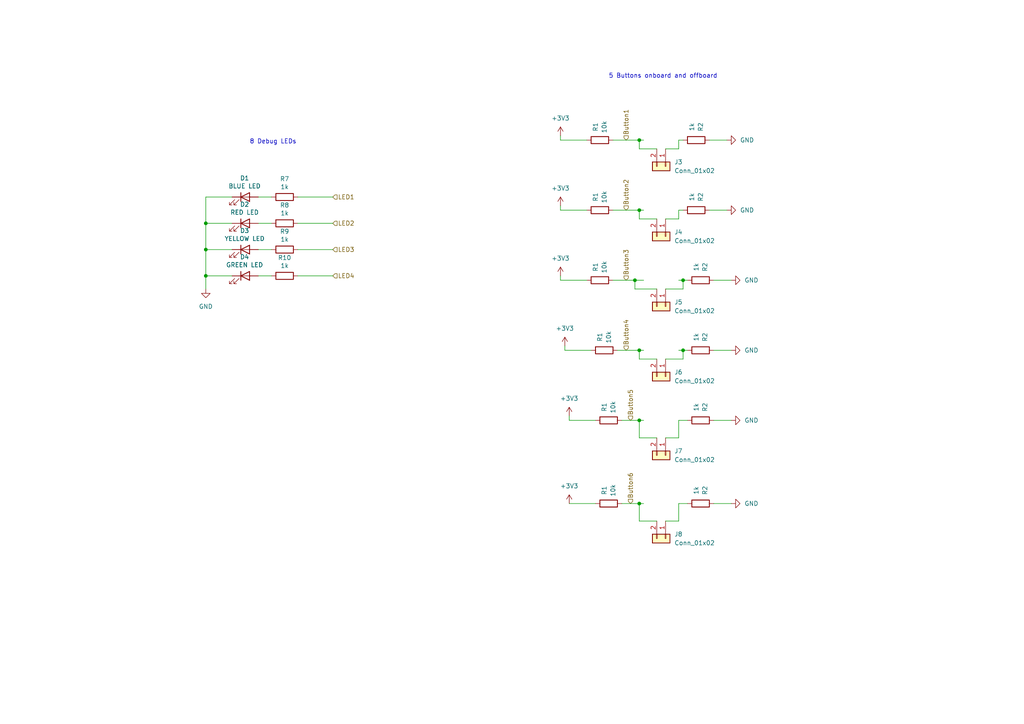
<source format=kicad_sch>
(kicad_sch (version 20250114) (generator "eeschema") (generator_version "9.0")
  (paper "A4")
  (lib_symbols
    (symbol "Connector_Generic:Conn_01x02" (pin_names (offset 1.016) (hide yes))
      (property "Reference" "J" (at 0 2.54 0))
      (property "Value" "Conn_01x02" (at 0 -5.08 0))
      (symbol "Conn_01x02_1_1"
        (rectangle (start -1.27 1.27) (end 1.27 -3.81) (stroke (width 0.254)) (fill (type background)))
        (rectangle (start -1.27 0.127) (end 0 -0.127) (stroke (width 0.1524)))
        (rectangle (start -1.27 -2.413) (end 0 -2.667) (stroke (width 0.1524)))
        (pin passive line (at -5.08 0 0) (length 3.81) (name "Pin_1") (number "1"))
        (pin passive line (at -5.08 -2.54 0) (length 3.81) (name "Pin_2") (number "2"))
      )
    )
    (symbol "LED_1" (pin_numbers (hide yes)) (pin_names (offset 1.016) (hide yes))
      (property "Reference" "D" (at 0 2.54 0))
      (property "Value" "LED_1" (at 0 -2.54 0))
      (symbol "LED_1_0_1"
        (polyline (pts (xy -3.048 -0.762) (xy -4.572 -2.286) (xy -3.81 -2.286) (xy -4.572 -2.286) (xy -4.572 -1.524)))
        (polyline (pts (xy -1.778 -0.762) (xy -3.302 -2.286) (xy -2.54 -2.286) (xy -3.302 -2.286) (xy -3.302 -1.524)))
        (polyline (pts (xy -1.27 0) (xy 1.27 0)))
        (polyline (pts (xy -1.27 -1.27) (xy -1.27 1.27)) (stroke (width 0.254)))
        (polyline (pts (xy 1.27 -1.27) (xy 1.27 1.27) (xy -1.27 0) (xy 1.27 -1.27)) (stroke (width 0.254)))
      )
      (symbol "LED_1_1_1"
        (pin passive line (at -3.81 0 0) (length 2.54) (name "K") (number "1"))
        (pin passive line (at 3.81 0 180) (length 2.54) (name "A") (number "2"))
      )
    )
    (symbol "LED_2" (pin_numbers (hide yes)) (pin_names (offset 1.016) (hide yes))
      (property "Reference" "D" (at 0 2.54 0))
      (property "Value" "LED_2" (at 0 -2.54 0))
      (symbol "LED_2_0_1"
        (polyline (pts (xy -3.048 -0.762) (xy -4.572 -2.286) (xy -3.81 -2.286) (xy -4.572 -2.286) (xy -4.572 -1.524)))
        (polyline (pts (xy -1.778 -0.762) (xy -3.302 -2.286) (xy -2.54 -2.286) (xy -3.302 -2.286) (xy -3.302 -1.524)))
        (polyline (pts (xy -1.27 0) (xy 1.27 0)))
        (polyline (pts (xy -1.27 -1.27) (xy -1.27 1.27)) (stroke (width 0.254)))
        (polyline (pts (xy 1.27 -1.27) (xy 1.27 1.27) (xy -1.27 0) (xy 1.27 -1.27)) (stroke (width 0.254)))
      )
      (symbol "LED_2_1_1"
        (pin passive line (at -3.81 0 0) (length 2.54) (name "K") (number "1"))
        (pin passive line (at 3.81 0 180) (length 2.54) (name "A") (number "2"))
      )
    )
    (symbol "LED_3" (pin_numbers (hide yes)) (pin_names (offset 1.016) (hide yes))
      (property "Reference" "D" (at 0 2.54 0))
      (property "Value" "LED_3" (at 0 -2.54 0))
      (symbol "LED_3_0_1"
        (polyline (pts (xy -3.048 -0.762) (xy -4.572 -2.286) (xy -3.81 -2.286) (xy -4.572 -2.286) (xy -4.572 -1.524)))
        (polyline (pts (xy -1.778 -0.762) (xy -3.302 -2.286) (xy -2.54 -2.286) (xy -3.302 -2.286) (xy -3.302 -1.524)))
        (polyline (pts (xy -1.27 0) (xy 1.27 0)))
        (polyline (pts (xy -1.27 -1.27) (xy -1.27 1.27)) (stroke (width 0.254)))
        (polyline (pts (xy 1.27 -1.27) (xy 1.27 1.27) (xy -1.27 0) (xy 1.27 -1.27)) (stroke (width 0.254)))
      )
      (symbol "LED_3_1_1"
        (pin passive line (at -3.81 0 0) (length 2.54) (name "K") (number "1"))
        (pin passive line (at 3.81 0 180) (length 2.54) (name "A") (number "2"))
      )
    )
    (symbol "device:LED" (pin_numbers (hide yes)) (pin_names (offset 1.016) (hide yes))
      (property "Reference" "D" (at 0 2.54 0))
      (property "Value" "LED" (at 0 -2.54 0))
      (symbol "LED_0_1"
        (polyline (pts (xy -3.048 -0.762) (xy -4.572 -2.286) (xy -3.81 -2.286) (xy -4.572 -2.286) (xy -4.572 -1.524)))
        (polyline (pts (xy -1.778 -0.762) (xy -3.302 -2.286) (xy -2.54 -2.286) (xy -3.302 -2.286) (xy -3.302 -1.524)))
        (polyline (pts (xy -1.27 0) (xy 1.27 0)))
        (polyline (pts (xy -1.27 -1.27) (xy -1.27 1.27)) (stroke (width 0.254)))
        (polyline (pts (xy 1.27 -1.27) (xy 1.27 1.27) (xy -1.27 0) (xy 1.27 -1.27)) (stroke (width 0.254)))
      )
      (symbol "LED_1_1"
        (pin passive line (at -3.81 0 0) (length 2.54) (name "K") (number "1"))
        (pin passive line (at 3.81 0 180) (length 2.54) (name "A") (number "2"))
      )
    )
    (symbol "device:R" (pin_numbers (hide yes)) (pin_names (offset 0))
      (property "Reference" "R" (at 2.032 0 90))
      (property "Value" "R" (at 0 0 90))
      (symbol "R_0_1"
        (rectangle (start -1.016 -2.54) (end 1.016 2.54) (stroke (width 0.254)))
      )
      (symbol "R_1_1"
        (pin passive line (at 0 3.81 270) (length 1.27) (name "~") (number "1"))
        (pin passive line (at 0 -3.81 90) (length 1.27) (name "~") (number "2"))
      )
    )
    (symbol "power:+3V3" (power) (pin_names (offset 0))
      (property "Value" "+3V3" (at 0 3.556 0))
      (symbol "+3V3_0_1"
        (polyline (pts (xy -0.762 1.27) (xy 0 2.54)))
        (polyline (pts (xy 0 2.54) (xy 0.762 1.27)))
        (polyline (pts (xy 0 0) (xy 0 2.54)))
      )
      (symbol "+3V3_1_1"
        (pin power_in line (at 0 0 90) (length 0) (hide yes) (name "+3V3") (number "1"))
      )
    )
    (symbol "power:GND" (power) (pin_names (offset 0))
      (property "Value" "GND" (at 0 -3.81 0))
      (symbol "GND_0_1"
        (polyline (pts (xy 0 0) (xy 0 -1.27) (xy 1.27 -1.27) (xy 0 -2.54) (xy -1.27 -1.27) (xy 0 -1.27)))
      )
      (symbol "GND_1_1"
        (pin power_in line (at 0 0 270) (length 0) (hide yes) (name "GND") (number "1"))
      )
    )
  )
  (text "8 Debug LEDs" (at 72.39 41.91 0) (effects (font (size 1.27 1.27)) (justify left bottom)))
  (text "5 Buttons onboard and offboard" (at 176.53 22.86 0) (effects (font (size 1.27 1.27)) (justify left bottom)))
  (junction (at 59.69 80.01))
  (junction (at 198.12 81.28))
  (junction (at 185.42 60.96))
  (junction (at 185.42 101.6))
  (junction (at 185.42 121.92))
  (junction (at 185.42 146.05))
  (junction (at 59.69 64.77))
  (junction (at 59.69 72.39))
  (junction (at 184.15 81.28))
  (junction (at 185.42 40.64))
  (junction (at 198.12 101.6))
  (wire (pts (xy 196.85 101.6) (xy 198.12 101.6)))
  (wire (pts (xy 198.12 104.14) (xy 198.12 101.6)))
  (wire (pts (xy 162.56 60.96) (xy 162.56 59.69)))
  (wire (pts (xy 193.04 83.82) (xy 198.12 83.82)))
  (wire (pts (xy 185.42 104.14) (xy 185.42 101.6)))
  (wire (pts (xy 198.12 83.82) (xy 198.12 81.28)))
  (wire (pts (xy 74.93 80.01) (xy 78.74 80.01)))
  (wire (pts (xy 67.31 64.77) (xy 59.69 64.77)))
  (wire (pts (xy 205.74 60.96) (xy 210.82 60.96)))
  (wire (pts (xy 196.85 40.64) (xy 198.12 40.64)))
  (wire (pts (xy 177.8 81.28) (xy 184.15 81.28)))
  (wire (pts (xy 180.34 121.92) (xy 185.42 121.92)))
  (wire (pts (xy 86.36 57.15) (xy 96.52 57.15)))
  (wire (pts (xy 177.8 60.96) (xy 185.42 60.96)))
  (wire (pts (xy 193.04 104.14) (xy 198.12 104.14)))
  (wire (pts (xy 190.5 104.14) (xy 185.42 104.14)))
  (wire (pts (xy 196.85 127) (xy 196.85 121.92)))
  (wire (pts (xy 179.07 101.6) (xy 185.42 101.6)))
  (wire (pts (xy 196.85 60.96) (xy 198.12 60.96)))
  (wire (pts (xy 185.42 43.18) (xy 190.5 43.18)))
  (wire (pts (xy 193.04 63.5) (xy 196.85 63.5)))
  (wire (pts (xy 190.5 127) (xy 185.42 127)))
  (wire (pts (xy 180.34 146.05) (xy 185.42 146.05)))
  (wire (pts (xy 165.1 146.05) (xy 172.72 146.05)))
  (wire (pts (xy 59.69 80.01) (xy 59.69 83.82)))
  (wire (pts (xy 185.42 60.96) (xy 185.42 63.5)))
  (wire (pts (xy 163.83 101.6) (xy 171.45 101.6)))
  (wire (pts (xy 184.15 83.82) (xy 190.5 83.82)))
  (wire (pts (xy 184.15 81.28) (xy 186.69 81.28)))
  (wire (pts (xy 163.83 101.6) (xy 163.83 100.33)))
  (wire (pts (xy 196.85 43.18) (xy 196.85 40.64)))
  (wire (pts (xy 74.93 72.39) (xy 78.74 72.39)))
  (wire (pts (xy 185.42 40.64) (xy 186.69 40.64)))
  (wire (pts (xy 67.31 57.15) (xy 59.69 57.15)))
  (wire (pts (xy 59.69 72.39) (xy 59.69 80.01)))
  (wire (pts (xy 165.1 121.92) (xy 172.72 121.92)))
  (wire (pts (xy 198.12 101.6) (xy 199.39 101.6)))
  (wire (pts (xy 59.69 64.77) (xy 59.69 72.39)))
  (wire (pts (xy 67.31 80.01) (xy 59.69 80.01)))
  (wire (pts (xy 162.56 81.28) (xy 170.18 81.28)))
  (wire (pts (xy 198.12 81.28) (xy 199.39 81.28)))
  (wire (pts (xy 184.15 81.28) (xy 184.15 83.82)))
  (wire (pts (xy 177.8 40.64) (xy 185.42 40.64)))
  (wire (pts (xy 59.69 57.15) (xy 59.69 64.77)))
  (wire (pts (xy 196.85 151.13) (xy 196.85 146.05)))
  (wire (pts (xy 67.31 72.39) (xy 59.69 72.39)))
  (wire (pts (xy 193.04 43.18) (xy 196.85 43.18)))
  (wire (pts (xy 193.04 151.13) (xy 196.85 151.13)))
  (wire (pts (xy 193.04 127) (xy 196.85 127)))
  (wire (pts (xy 190.5 151.13) (xy 185.42 151.13)))
  (wire (pts (xy 74.93 64.77) (xy 78.74 64.77)))
  (wire (pts (xy 185.42 60.96) (xy 186.69 60.96)))
  (wire (pts (xy 185.42 146.05) (xy 186.69 146.05)))
  (wire (pts (xy 185.42 101.6) (xy 186.69 101.6)))
  (wire (pts (xy 86.36 64.77) (xy 96.52 64.77)))
  (wire (pts (xy 207.01 121.92) (xy 212.09 121.92)))
  (wire (pts (xy 196.85 81.28) (xy 198.12 81.28)))
  (wire (pts (xy 86.36 80.01) (xy 96.52 80.01)))
  (wire (pts (xy 207.01 101.6) (xy 212.09 101.6)))
  (wire (pts (xy 185.42 151.13) (xy 185.42 146.05)))
  (wire (pts (xy 162.56 40.64) (xy 162.56 39.37)))
  (wire (pts (xy 207.01 146.05) (xy 212.09 146.05)))
  (wire (pts (xy 205.74 40.64) (xy 210.82 40.64)))
  (wire (pts (xy 207.01 81.28) (xy 212.09 81.28)))
  (wire (pts (xy 185.42 121.92) (xy 186.69 121.92)))
  (wire (pts (xy 162.56 40.64) (xy 170.18 40.64)))
  (wire (pts (xy 196.85 146.05) (xy 199.39 146.05)))
  (wire (pts (xy 185.42 63.5) (xy 190.5 63.5)))
  (wire (pts (xy 185.42 40.64) (xy 185.42 43.18)))
  (wire (pts (xy 162.56 81.28) (xy 162.56 80.01)))
  (wire (pts (xy 165.1 121.92) (xy 165.1 120.65)))
  (wire (pts (xy 196.85 63.5) (xy 196.85 60.96)))
  (wire (pts (xy 74.93 57.15) (xy 78.74 57.15)))
  (wire (pts (xy 185.42 127) (xy 185.42 121.92)))
  (wire (pts (xy 86.36 72.39) (xy 96.52 72.39)))
  (wire (pts (xy 196.85 121.92) (xy 199.39 121.92)))
  (wire (pts (xy 162.56 60.96) (xy 170.18 60.96)))
  (hierarchical_label "Button1" (shape input) (at 181.61 40.64 90))
  (hierarchical_label "LED1" (shape input) (at 96.52 57.15 0))
  (hierarchical_label "Button2" (shape input) (at 181.61 60.96 90))
  (hierarchical_label "LED3" (shape input) (at 96.52 72.39 0))
  (hierarchical_label "LED2" (shape input) (at 96.52 64.77 0))
  (hierarchical_label "Button5" (shape input) (at 182.88 121.92 90))
  (hierarchical_label "Button4" (shape input) (at 181.61 101.6 90))
  (hierarchical_label "LED4" (shape input) (at 96.52 80.01 0))
  (hierarchical_label "Button3" (shape input) (at 181.61 81.28 90))
  (hierarchical_label "Button6" (shape input) (at 182.88 146.05 90))
  (symbol (lib_name "LED_3") (lib_id "device:LED") (at 71.12 57.15 0) (unit 1)
    (property "Reference" "D1" (at 70.9422 51.6636 0))
    (property "Value" "BLUE LED" (at 70.9422 53.975 0))
    (property "Footprint" "LED_SMD:LED_0603_1608Metric_Pad1.05x0.95mm_HandSolder" (effects (hide yes)))
    (property "MPN" "LED BLUE CLEAR 0603 SMD" (effects (hide yes)))
  )
  (symbol (lib_id "device:R") (at 203.2 101.6 270) (unit 1)
    (property "Reference" "R26" (at 204.47 97.79 0))
    (property "Value" "1k" (at 201.93 97.79 0))
    (property "Footprint" "Resistor_SMD:R_0603_1608Metric_Pad0.98x0.95mm_HandSolder" (effects (hide yes)))
    (property "Note" "0.1W 5% 0603  " (effects (hide yes)))
    (property "MPN" "RES SMD 1K OHM 5% 1/10W 0603" (effects (hide yes)))
    (instances (project "CANalyzer_v4.0" (path "" (reference "R2") (unit 1))) (project "WaterBlasterV2" (path "" (reference "R26") (unit 1))))
  )
  (symbol (lib_id "device:R") (at 203.2 146.05 270) (unit 1)
    (property "Reference" "R15" (at 204.47 142.24 0))
    (property "Value" "1k" (at 201.93 142.24 0))
    (property "Footprint" "Resistor_SMD:R_0603_1608Metric_Pad0.98x0.95mm_HandSolder" (effects (hide yes)))
    (property "Note" "0.1W 5% 0603  " (effects (hide yes)))
    (property "MPN" "RES SMD 1K OHM 5% 1/10W 0603" (effects (hide yes)))
    (instances (project "CANalyzer_v4.0" (path "" (reference "R2") (unit 1))) (project "WaterBlasterV2" (path "" (reference "R15") (unit 1))))
  )
  (symbol (lib_id "power:+3V3") (at 162.56 80.01 0) (unit 1)
    (property "Reference" "#PWR029" (effects (hide yes)))
    (property "Value" "+3V3" (at 162.56 74.93 0))
    (instances (project "CANalyzer_v4.0" (path "" (reference "#PWR03") (unit 1))) (project "WaterBlasterV2" (path "" (reference "#PWR029") (unit 1))))
  )
  (symbol (lib_id "device:R") (at 82.55 57.15 270) (unit 1)
    (property "Reference" "R10" (at 82.55 51.8922 90))
    (property "Value" "1k" (at 82.55 54.2036 90))
    (property "Footprint" "Resistor_SMD:R_0603_1608Metric_Pad0.98x0.95mm_HandSolder" (effects (hide yes)))
    (property "MPN" "RES SMD 1K OHM 5% 1/10W 0603" (effects (hide yes)))
    (instances (project "CANalyzer_v4.0" (path "" (reference "R7") (unit 1))) (project "WaterBlasterV2" (path "" (reference "R10") (unit 1))))
  )
  (symbol (lib_id "power:GND") (at 59.69 83.82 0) (unit 1)
    (property "Reference" "#PWR026" (effects (hide yes)))
    (property "Value" "GND" (at 59.69 88.9 0))
    (instances (project "CANalyzer_v4.0" (path "" (reference "#PWR017") (unit 1))) (project "WaterBlasterV2" (path "" (reference "#PWR026") (unit 1))))
  )
  (symbol (lib_id "device:R") (at 201.93 40.64 270) (unit 1)
    (property "Reference" "R23" (at 203.2 36.83 0))
    (property "Value" "1k" (at 200.66 36.83 0))
    (property "Footprint" "Resistor_SMD:R_0603_1608Metric_Pad0.98x0.95mm_HandSolder" (effects (hide yes)))
    (property "Note" "0.1W 5% 0603  " (effects (hide yes)))
    (property "MPN" "RES SMD 1K OHM 5% 1/10W 0603" (effects (hide yes)))
    (instances (project "CANalyzer_v4.0" (path "" (reference "R2") (unit 1))) (project "WaterBlasterV2" (path "" (reference "R23") (unit 1))))
  )
  (symbol (lib_id "device:LED") (at 71.12 72.39 0) (unit 1)
    (property "Reference" "D3" (at 70.9422 66.9036 0))
    (property "Value" "YELLOW LED" (at 70.9422 69.215 0))
    (property "Footprint" "LED_SMD:LED_0603_1608Metric_Pad1.05x0.95mm_HandSolder" (effects (hide yes)))
    (property "MPN" "LED YELLOW CLEAR 0603 SMD" (effects (hide yes)))
  )
  (symbol (lib_id "device:R") (at 176.53 121.92 270) (unit 1)
    (property "Reference" "R22" (at 175.26 118.11 0))
    (property "Value" "10k" (at 177.8 118.11 0))
    (property "Footprint" "Resistor_SMD:R_0603_1608Metric_Pad0.98x0.95mm_HandSolder" (effects (hide yes)))
    (property "Note" "0.1W 5% 0603  " (effects (hide yes)))
    (property "MPN" "RES SMD 10K OHM 5% 1/10W 0603" (effects (hide yes)))
    (instances (project "CANalyzer_v4.0" (path "" (reference "R1") (unit 1))) (project "WaterBlasterV2" (path "" (reference "R22") (unit 1))))
  )
  (symbol (lib_id "Connector_Generic:Conn_01x02") (at 193.04 156.21 270) (unit 1)
    (property "Reference" "J8" (at 195.58 154.94 90) (effects (justify left)))
    (property "Value" "Conn_01x02" (at 195.58 157.48 90) (effects (justify left)))
    (property "Footprint" "WaterBlaster:MOLEX_436500227" (effects (hide yes)))
  )
  (symbol (lib_id "device:R") (at 82.55 72.39 270) (unit 1)
    (property "Reference" "R12" (at 82.55 67.1322 90))
    (property "Value" "1k" (at 82.55 69.4436 90))
    (property "Footprint" "Resistor_SMD:R_0603_1608Metric_Pad0.98x0.95mm_HandSolder" (effects (hide yes)))
    (property "MPN" "RES SMD 1K OHM 5% 1/10W 0603" (effects (hide yes)))
    (instances (project "CANalyzer_v4.0" (path "" (reference "R9") (unit 1))) (project "WaterBlasterV2" (path "" (reference "R12") (unit 1))))
  )
  (symbol (lib_name "LED_1") (lib_id "device:LED") (at 71.12 80.01 0) (unit 1)
    (property "Reference" "D4" (at 70.9422 74.5236 0))
    (property "Value" "GREEN LED" (at 70.9422 76.835 0))
    (property "Footprint" "LED_SMD:LED_0603_1608Metric_Pad1.05x0.95mm_HandSolder" (effects (hide yes)))
    (property "MPN" "LED GREEN CLEAR 0603 SMD" (effects (hide yes)))
  )
  (symbol (lib_id "Connector_Generic:Conn_01x02") (at 193.04 132.08 270) (unit 1)
    (property "Reference" "J7" (at 195.58 130.81 90) (effects (justify left)))
    (property "Value" "Conn_01x02" (at 195.58 133.35 90) (effects (justify left)))
    (property "Footprint" "Connector_Molex:Molex_Micro-Fit_3.0_43650-0200_1x02_P3.00mm_Horizontal" (effects (hide yes)))
  )
  (symbol (lib_id "device:R") (at 203.2 121.92 270) (unit 1)
    (property "Reference" "R27" (at 204.47 118.11 0))
    (property "Value" "1k" (at 201.93 118.11 0))
    (property "Footprint" "Resistor_SMD:R_0603_1608Metric_Pad0.98x0.95mm_HandSolder" (effects (hide yes)))
    (property "Note" "0.1W 5% 0603  " (effects (hide yes)))
    (property "MPN" "RES SMD 1K OHM 5% 1/10W 0603" (effects (hide yes)))
    (instances (project "CANalyzer_v4.0" (path "" (reference "R2") (unit 1))) (project "WaterBlasterV2" (path "" (reference "R27") (unit 1))))
  )
  (symbol (lib_id "power:+3V3") (at 165.1 120.65 0) (unit 1)
    (property "Reference" "#PWR031" (effects (hide yes)))
    (property "Value" "+3V3" (at 165.1 115.57 0))
    (instances (project "CANalyzer_v4.0" (path "" (reference "#PWR03") (unit 1))) (project "WaterBlasterV2" (path "" (reference "#PWR031") (unit 1))))
  )
  (symbol (lib_id "power:GND") (at 212.09 146.05 90) (unit 1)
    (property "Reference" "#PWR037" (effects (hide yes)))
    (property "Value" "GND" (at 215.9 146.05 90) (effects (justify right)))
  )
  (symbol (lib_id "power:+3V3") (at 163.83 100.33 0) (unit 1)
    (property "Reference" "#PWR030" (effects (hide yes)))
    (property "Value" "+3V3" (at 163.83 95.25 0))
    (instances (project "CANalyzer_v4.0" (path "" (reference "#PWR03") (unit 1))) (project "WaterBlasterV2" (path "" (reference "#PWR030") (unit 1))))
  )
  (symbol (lib_id "device:R") (at 173.99 60.96 270) (unit 1)
    (property "Reference" "R19" (at 172.72 57.15 0))
    (property "Value" "10k" (at 175.26 57.15 0))
    (property "Footprint" "Resistor_SMD:R_0603_1608Metric_Pad0.98x0.95mm_HandSolder" (effects (hide yes)))
    (property "Note" "0.1W 5% 0603  " (effects (hide yes)))
    (property "MPN" "RES SMD 10K OHM 5% 1/10W 0603" (effects (hide yes)))
    (instances (project "CANalyzer_v4.0" (path "" (reference "R1") (unit 1))) (project "WaterBlasterV2" (path "" (reference "R19") (unit 1))))
  )
  (symbol (lib_name "LED_2") (lib_id "device:LED") (at 71.12 64.77 0) (unit 1)
    (property "Reference" "D2" (at 70.9422 59.2836 0))
    (property "Value" "RED LED" (at 70.9422 61.595 0))
    (property "Footprint" "LED_SMD:LED_0603_1608Metric_Pad1.05x0.95mm_HandSolder" (effects (hide yes)))
    (property "MPN" "LED RED CLEAR 0603 SMD" (effects (hide yes)))
  )
  (symbol (lib_id "Connector_Generic:Conn_01x02") (at 193.04 48.26 270) (unit 1)
    (property "Reference" "J3" (at 195.58 46.99 90) (effects (justify left)))
    (property "Value" "Conn_01x02" (at 195.58 49.53 90) (effects (justify left)))
    (property "Footprint" "WaterBlaster:MOLEX_436500227" (effects (hide yes)))
  )
  (symbol (lib_id "power:GND") (at 212.09 121.92 90) (unit 1)
    (property "Reference" "#PWR036" (effects (hide yes)))
    (property "Value" "GND" (at 215.9 121.92 90) (effects (justify right)))
  )
  (symbol (lib_id "power:+3V3") (at 162.56 59.69 0) (unit 1)
    (property "Reference" "#PWR028" (effects (hide yes)))
    (property "Value" "+3V3" (at 162.56 54.61 0))
    (instances (project "CANalyzer_v4.0" (path "" (reference "#PWR03") (unit 1))) (project "WaterBlasterV2" (path "" (reference "#PWR028") (unit 1))))
  )
  (symbol (lib_id "device:R") (at 201.93 60.96 270) (unit 1)
    (property "Reference" "R24" (at 203.2 57.15 0))
    (property "Value" "1k" (at 200.66 57.15 0))
    (property "Footprint" "Resistor_SMD:R_0603_1608Metric_Pad0.98x0.95mm_HandSolder" (effects (hide yes)))
    (property "Note" "0.1W 5% 0603  " (effects (hide yes)))
    (property "MPN" "RES SMD 1K OHM 5% 1/10W 0603" (effects (hide yes)))
    (instances (project "CANalyzer_v4.0" (path "" (reference "R2") (unit 1))) (project "WaterBlasterV2" (path "" (reference "R24") (unit 1))))
  )
  (symbol (lib_id "Connector_Generic:Conn_01x02") (at 193.04 88.9 270) (unit 1)
    (property "Reference" "J5" (at 195.58 87.63 90) (effects (justify left)))
    (property "Value" "Conn_01x02" (at 195.58 90.17 90) (effects (justify left)))
    (property "Footprint" "WaterBlaster:MOLEX_436500227" (effects (hide yes)))
  )
  (symbol (lib_id "device:R") (at 176.53 146.05 270) (unit 1)
    (property "Reference" "R14" (at 175.26 142.24 0))
    (property "Value" "10k" (at 177.8 142.24 0))
    (property "Footprint" "Resistor_SMD:R_0603_1608Metric_Pad0.98x0.95mm_HandSolder" (effects (hide yes)))
    (property "Note" "0.1W 5% 0603  " (effects (hide yes)))
    (property "MPN" "RES SMD 10K OHM 5% 1/10W 0603" (effects (hide yes)))
    (instances (project "CANalyzer_v4.0" (path "" (reference "R1") (unit 1))) (project "WaterBlasterV2" (path "" (reference "R14") (unit 1))))
  )
  (symbol (lib_id "power:GND") (at 212.09 101.6 90) (unit 1)
    (property "Reference" "#PWR035" (effects (hide yes)))
    (property "Value" "GND" (at 215.9 101.6 90) (effects (justify right)))
  )
  (symbol (lib_id "device:R") (at 173.99 81.28 270) (unit 1)
    (property "Reference" "R20" (at 172.72 77.47 0))
    (property "Value" "10k" (at 175.26 77.47 0))
    (property "Footprint" "Resistor_SMD:R_0603_1608Metric_Pad0.98x0.95mm_HandSolder" (effects (hide yes)))
    (property "Note" "0.1W 5% 0603  " (effects (hide yes)))
    (property "MPN" "RES SMD 10K OHM 5% 1/10W 0603" (effects (hide yes)))
    (instances (project "CANalyzer_v4.0" (path "" (reference "R1") (unit 1))) (project "WaterBlasterV2" (path "" (reference "R20") (unit 1))))
  )
  (symbol (lib_id "device:R") (at 173.99 40.64 270) (unit 1)
    (property "Reference" "R18" (at 172.72 36.83 0))
    (property "Value" "10k" (at 175.26 36.83 0))
    (property "Footprint" "Resistor_SMD:R_0603_1608Metric_Pad0.98x0.95mm_HandSolder" (effects (hide yes)))
    (property "Note" "0.1W 5% 0603  " (effects (hide yes)))
    (property "MPN" "RES SMD 10K OHM 5% 1/10W 0603" (effects (hide yes)))
    (instances (project "CANalyzer_v4.0" (path "" (reference "R1") (unit 1))) (project "WaterBlasterV2" (path "" (reference "R18") (unit 1))))
  )
  (symbol (lib_id "device:R") (at 82.55 64.77 270) (unit 1)
    (property "Reference" "R11" (at 82.55 59.5122 90))
    (property "Value" "1k" (at 82.55 61.8236 90))
    (property "Footprint" "Resistor_SMD:R_0603_1608Metric_Pad0.98x0.95mm_HandSolder" (effects (hide yes)))
    (property "MPN" "RES SMD 1K OHM 5% 1/10W 0603" (effects (hide yes)))
    (instances (project "CANalyzer_v4.0" (path "" (reference "R8") (unit 1))) (project "WaterBlasterV2" (path "" (reference "R11") (unit 1))))
  )
  (symbol (lib_id "power:GND") (at 212.09 81.28 90) (unit 1)
    (property "Reference" "#PWR034" (effects (hide yes)))
    (property "Value" "GND" (at 215.9 81.28 90) (effects (justify right)))
  )
  (symbol (lib_id "Connector_Generic:Conn_01x02") (at 193.04 109.22 270) (unit 1)
    (property "Reference" "J6" (at 195.58 107.95 90) (effects (justify left)))
    (property "Value" "Conn_01x02" (at 195.58 110.49 90) (effects (justify left)))
    (property "Footprint" "Connector_Molex:Molex_Micro-Fit_3.0_43650-0200_1x02_P3.00mm_Horizontal" (effects (hide yes)))
  )
  (symbol (lib_id "power:GND") (at 210.82 60.96 90) (unit 1)
    (property "Reference" "#PWR033" (effects (hide yes)))
    (property "Value" "GND" (at 214.63 60.96 90) (effects (justify right)))
  )
  (symbol (lib_id "power:GND") (at 210.82 40.64 90) (unit 1)
    (property "Reference" "#PWR032" (effects (hide yes)))
    (property "Value" "GND" (at 214.63 40.64 90) (effects (justify right)))
  )
  (symbol (lib_id "power:+3V3") (at 165.1 146.05 0) (unit 1)
    (property "Reference" "#PWR038" (effects (hide yes)))
    (property "Value" "+3V3" (at 165.1 140.97 0))
    (instances (project "CANalyzer_v4.0" (path "" (reference "#PWR03") (unit 1))) (project "WaterBlasterV2" (path "" (reference "#PWR038") (unit 1))))
  )
  (symbol (lib_id "device:R") (at 82.55 80.01 270) (unit 1)
    (property "Reference" "R13" (at 82.55 74.7522 90))
    (property "Value" "1k" (at 82.55 77.0636 90))
    (property "Footprint" "Resistor_SMD:R_0603_1608Metric_Pad0.98x0.95mm_HandSolder" (effects (hide yes)))
    (property "MPN" "RES SMD 1K OHM 5% 1/10W 0603" (effects (hide yes)))
    (instances (project "CANalyzer_v4.0" (path "" (reference "R10") (unit 1))) (project "WaterBlasterV2" (path "" (reference "R13") (unit 1))))
  )
  (symbol (lib_id "power:+3V3") (at 162.56 39.37 0) (unit 1)
    (property "Reference" "#PWR027" (effects (hide yes)))
    (property "Value" "+3V3" (at 162.56 34.29 0))
    (instances (project "CANalyzer_v4.0" (path "" (reference "#PWR03") (unit 1))) (project "WaterBlasterV2" (path "" (reference "#PWR027") (unit 1))))
  )
  (symbol (lib_id "device:R") (at 203.2 81.28 270) (unit 1)
    (property "Reference" "R25" (at 204.47 77.47 0))
    (property "Value" "1k" (at 201.93 77.47 0))
    (property "Footprint" "Resistor_SMD:R_0603_1608Metric_Pad0.98x0.95mm_HandSolder" (effects (hide yes)))
    (property "Note" "0.1W 5% 0603  " (effects (hide yes)))
    (property "MPN" "RES SMD 1K OHM 5% 1/10W 0603" (effects (hide yes)))
    (instances (project "CANalyzer_v4.0" (path "" (reference "R2") (unit 1))) (project "WaterBlasterV2" (path "" (reference "R25") (unit 1))))
  )
  (symbol (lib_id "Connector_Generic:Conn_01x02") (at 193.04 68.58 270) (unit 1)
    (property "Reference" "J4" (at 195.58 67.31 90) (effects (justify left)))
    (property "Value" "Conn_01x02" (at 195.58 69.85 90) (effects (justify left)))
    (property "Footprint" "WaterBlaster:MOLEX_436500227" (effects (hide yes)))
  )
  (symbol (lib_id "device:R") (at 175.26 101.6 270) (unit 1)
    (property "Reference" "R21" (at 173.99 97.79 0))
    (property "Value" "10k" (at 176.53 97.79 0))
    (property "Footprint" "Resistor_SMD:R_0603_1608Metric_Pad0.98x0.95mm_HandSolder" (effects (hide yes)))
    (property "Note" "0.1W 5% 0603  " (effects (hide yes)))
    (property "MPN" "RES SMD 10K OHM 5% 1/10W 0603" (effects (hide yes)))
    (instances (project "CANalyzer_v4.0" (path "" (reference "R1") (unit 1))) (project "WaterBlasterV2" (path "" (reference "R21") (unit 1))))
  )
)
</source>
